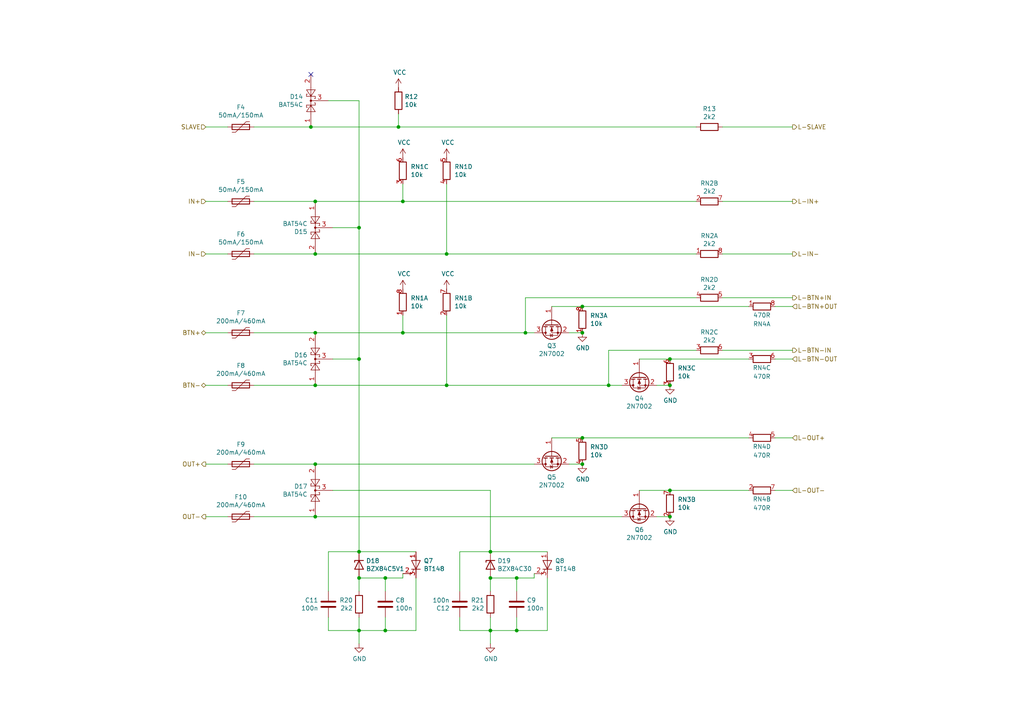
<source format=kicad_sch>
(kicad_sch (version 20211123) (generator eeschema)
  (paper "A4")
  (title_block (title "hWexla - IO (& protection)") (date "2021-12-04") (company "Model Railroader Club Brno I – KMŽ Brno I – https://kmz-brno.cz/") (comment 1 "Jan Horáček") (comment 2 "https://github.com/kmzbrnoI/hwexla") (comment 3 "https://creativecommons.org/licenses/by-sa/4.0/") (comment 4 "Released under the Creative Commons Attribution-ShareAlike 4.0 License"))
  (lib_symbols
    (symbol "Device:C" (pin_numbers hide) (pin_names (offset 0.254))
      (property "Reference" "C" (at 0.635 2.54 0))
      (property "Value" "C" (at 0.635 -2.54 0))
      (symbol "C_0_1"
        (polyline (pts (xy -2.032 -0.762) (xy 2.032 -0.762)) (stroke (width 0.508)))
        (polyline (pts (xy -2.032 0.762) (xy 2.032 0.762)) (stroke (width 0.508)))
      )
      (symbol "C_1_1"
        (pin passive line (at 0 3.81 270) (length 2.794) (name "~") (number "1"))
        (pin passive line (at 0 -3.81 90) (length 2.794) (name "~") (number "2"))
      )
    )
    (symbol "Device:Polyfuse" (pin_numbers hide) (pin_names (offset 0))
      (property "Reference" "F" (at -2.54 0 90))
      (property "Value" "Polyfuse" (at 2.54 0 90))
      (symbol "Polyfuse_0_1"
        (rectangle (start -0.762 2.54) (end 0.762 -2.54) (stroke (width 0.254)))
        (polyline (pts (xy 0 2.54) (xy 0 -2.54)))
        (polyline (pts (xy -1.524 2.54) (xy -1.524 1.524) (xy 1.524 -1.524) (xy 1.524 -2.54)))
      )
      (symbol "Polyfuse_1_1"
        (pin passive line (at 0 3.81 270) (length 1.27) (name "~") (number "1"))
        (pin passive line (at 0 -3.81 90) (length 1.27) (name "~") (number "2"))
      )
    )
    (symbol "Device:R" (pin_numbers hide) (pin_names (offset 0))
      (property "Reference" "R" (at 2.032 0 90))
      (property "Value" "R" (at 0 0 90))
      (symbol "R_0_1"
        (rectangle (start -1.016 -2.54) (end 1.016 2.54) (stroke (width 0.254)))
      )
      (symbol "R_1_1"
        (pin passive line (at 0 3.81 270) (length 1.27) (name "~") (number "1"))
        (pin passive line (at 0 -3.81 90) (length 1.27) (name "~") (number "2"))
      )
    )
    (symbol "Device:R_Pack04_Split" (pin_names (offset 0) hide)
      (property "Reference" "RN" (at 2.032 0 90))
      (property "Value" "R_Pack04_Split" (at 0 0 90))
      (symbol "R_Pack04_Split_0_1"
        (rectangle (start 1.016 2.54) (end -1.016 -2.54) (stroke (width 0.254)))
      )
      (symbol "R_Pack04_Split_1_1"
        (pin passive line (at 0 -3.81 90) (length 1.27) (name "R1.1") (number "1"))
        (pin passive line (at 0 3.81 270) (length 1.27) (name "R1.2") (number "8"))
      )
      (symbol "R_Pack04_Split_2_1"
        (pin passive line (at 0 -3.81 90) (length 1.27) (name "R2.1") (number "2"))
        (pin passive line (at 0 3.81 270) (length 1.27) (name "R2.2") (number "7"))
      )
      (symbol "R_Pack04_Split_3_1"
        (pin passive line (at 0 -3.81 90) (length 1.27) (name "R3.1") (number "3"))
        (pin passive line (at 0 3.81 270) (length 1.27) (name "R3.2") (number "6"))
      )
      (symbol "R_Pack04_Split_4_1"
        (pin passive line (at 0 -3.81 90) (length 1.27) (name "R4.1") (number "4"))
        (pin passive line (at 0 3.81 270) (length 1.27) (name "R4.2") (number "5"))
      )
    )
    (symbol "Diode:BAT54C" (pin_names (offset 1.016))
      (property "Reference" "D" (at 0.635 -3.81 0))
      (property "Value" "BAT54C" (at -6.35 3.175 0))
      (symbol "BAT54C_0_1"
        (polyline (pts (xy -1.905 0) (xy 1.905 0)))
        (polyline (pts (xy -1.905 1.27) (xy -1.905 1.016)))
        (polyline (pts (xy -1.27 -1.27) (xy -0.635 -1.27)))
        (polyline (pts (xy -1.27 0) (xy -3.81 0)))
        (polyline (pts (xy -1.27 1.27) (xy -1.905 1.27)))
        (polyline (pts (xy -1.27 1.27) (xy -1.27 -1.27)))
        (polyline (pts (xy -0.635 -1.27) (xy -0.635 -1.016)))
        (polyline (pts (xy 0.635 -1.27) (xy 0.635 -1.016)))
        (polyline (pts (xy 1.27 -1.27) (xy 0.635 -1.27)))
        (polyline (pts (xy 1.27 1.27) (xy 1.27 -1.27)))
        (polyline (pts (xy 1.27 1.27) (xy 1.905 1.27)))
        (polyline (pts (xy 1.905 1.27) (xy 1.905 1.016)))
        (polyline (pts (xy 3.81 0) (xy 1.27 0)))
        (polyline (pts (xy -3.175 -1.27) (xy -3.175 1.27) (xy -1.27 0) (xy -3.175 -1.27)))
        (polyline (pts (xy 3.175 -1.27) (xy 3.175 1.27) (xy 1.27 0) (xy 3.175 -1.27)))
        (circle (center 0 0) (radius 0.254) (fill (type outline)))
      )
      (symbol "BAT54C_1_1"
        (pin passive line (at -7.62 0 0) (length 3.81) (name "~") (number "1"))
        (pin passive line (at 7.62 0 180) (length 3.81) (name "~") (number "2"))
        (pin passive line (at 0 -5.08 90) (length 5.08) (name "~") (number "3"))
      )
    )
    (symbol "Diode:BZX84Cxx" (pin_numbers hide) (pin_names (offset 1.016) hide)
      (property "Reference" "D" (at 0 2.54 0))
      (property "Value" "BZX84Cxx" (at 0 -2.54 0))
      (symbol "BZX84Cxx_0_1"
        (polyline (pts (xy 1.27 0) (xy -1.27 0)))
        (polyline (pts (xy -1.27 -1.27) (xy -1.27 1.27) (xy -0.762 1.27)) (stroke (width 0.254)))
        (polyline (pts (xy 1.27 -1.27) (xy 1.27 1.27) (xy -1.27 0) (xy 1.27 -1.27)) (stroke (width 0.254)))
      )
      (symbol "BZX84Cxx_1_1"
        (pin passive line (at -3.81 0 0) (length 2.54) (name "K") (number "1"))
        (pin passive line (at 3.81 0 180) (length 2.54) (name "A") (number "2"))
      )
    )
    (symbol "Transistor_FET:2N7002" (pin_names hide)
      (property "Reference" "Q" (at 5.08 1.905 0))
      (property "Value" "2N7002" (at 5.08 0 0))
      (symbol "2N7002_0_1"
        (polyline (pts (xy 0.254 0) (xy -2.54 0)))
        (polyline (pts (xy 0.254 1.905) (xy 0.254 -1.905)) (stroke (width 0.254)))
        (polyline (pts (xy 0.762 -1.27) (xy 0.762 -2.286)) (stroke (width 0.254)))
        (polyline (pts (xy 0.762 0.508) (xy 0.762 -0.508)) (stroke (width 0.254)))
        (polyline (pts (xy 0.762 2.286) (xy 0.762 1.27)) (stroke (width 0.254)))
        (polyline (pts (xy 2.54 2.54) (xy 2.54 1.778)))
        (polyline (pts (xy 2.54 -2.54) (xy 2.54 0) (xy 0.762 0)))
        (polyline (pts (xy 0.762 -1.778) (xy 3.302 -1.778) (xy 3.302 1.778) (xy 0.762 1.778)))
        (polyline (pts (xy 1.016 0) (xy 2.032 0.381) (xy 2.032 -0.381) (xy 1.016 0)) (fill (type outline)))
        (polyline (pts (xy 2.794 0.508) (xy 2.921 0.381) (xy 3.683 0.381) (xy 3.81 0.254)))
        (polyline (pts (xy 3.302 0.381) (xy 2.921 -0.254) (xy 3.683 -0.254) (xy 3.302 0.381)))
        (circle (center 1.651 0) (radius 2.794) (stroke (width 0.254)))
        (circle (center 2.54 -1.778) (radius 0.254) (fill (type outline)))
        (circle (center 2.54 1.778) (radius 0.254) (fill (type outline)))
      )
      (symbol "2N7002_1_1"
        (pin input line (at -5.08 0 0) (length 2.54) (name "G") (number "1"))
        (pin passive line (at 2.54 -5.08 90) (length 2.54) (name "S") (number "2"))
        (pin passive line (at 2.54 5.08 270) (length 2.54) (name "D") (number "3"))
      )
    )
    (symbol "Triac_Thyristor:BT169D" (pin_names (offset 0) hide)
      (property "Reference" "Q" (at 2.54 1.905 0))
      (property "Value" "BT169D" (at 2.54 0 0))
      (symbol "BT169D_0_1"
        (polyline (pts (xy -1.27 -2.54) (xy -0.635 -1.27)))
        (polyline (pts (xy -1.27 -1.27) (xy 1.27 -1.27)) (stroke (width 0.2032)))
        (polyline (pts (xy 0 -2.54) (xy 0 2.54)))
        (polyline (pts (xy -1.27 1.27) (xy 1.27 1.27) (xy 0 -1.27) (xy -1.27 1.27)) (stroke (width 0.2032)))
      )
      (symbol "BT169D_1_1"
        (pin passive line (at 0 3.81 270) (length 2.54) (name "A") (number "1"))
        (pin input line (at -3.81 -2.54 0) (length 2.54) (name "G") (number "2"))
        (pin passive line (at 0 -3.81 90) (length 2.54) (name "K") (number "3"))
      )
    )
    (symbol "power:GND" (power) (pin_names (offset 0))
      (property "Value" "GND" (at 0 -3.81 0))
      (symbol "GND_0_1"
        (polyline (pts (xy 0 0) (xy 0 -1.27) (xy 1.27 -1.27) (xy 0 -2.54) (xy -1.27 -1.27) (xy 0 -1.27)))
      )
      (symbol "GND_1_1"
        (pin power_in line (at 0 0 270) (length 0) hide (name "GND") (number "1"))
      )
    )
    (symbol "power:VCC" (power) (pin_names (offset 0))
      (property "Value" "VCC" (at 0 3.81 0))
      (symbol "VCC_0_1"
        (polyline (pts (xy -0.762 1.27) (xy 0 2.54)))
        (polyline (pts (xy 0 0) (xy 0 2.54)))
        (polyline (pts (xy 0 2.54) (xy 0.762 1.27)))
      )
      (symbol "VCC_1_1"
        (pin power_in line (at 0 0 90) (length 0) hide (name "VCC") (number "1"))
      )
    )
  )
  (junction (at 168.91 88.9))
  (junction (at 176.53 111.76))
  (junction (at 129.54 111.76))
  (junction (at 116.84 58.42))
  (junction (at 104.14 66.04))
  (junction (at 91.44 149.86))
  (junction (at 194.31 149.86))
  (junction (at 104.14 104.14))
  (junction (at 168.91 134.62))
  (junction (at 129.54 73.66))
  (junction (at 111.76 182.88))
  (junction (at 91.44 73.66))
  (junction (at 168.91 127))
  (junction (at 142.24 160.02))
  (junction (at 104.14 182.88))
  (junction (at 142.24 167.64))
  (junction (at 90.17 36.83))
  (junction (at 152.4 96.52))
  (junction (at 91.44 111.76))
  (junction (at 115.57 36.83))
  (junction (at 104.14 167.64))
  (junction (at 149.86 167.64))
  (junction (at 91.44 134.62))
  (junction (at 91.44 96.52))
  (junction (at 149.86 182.88))
  (junction (at 104.14 160.02))
  (junction (at 168.91 96.52))
  (junction (at 91.44 58.42))
  (junction (at 194.31 104.14))
  (junction (at 194.31 111.76))
  (junction (at 194.31 142.24))
  (junction (at 116.84 96.52))
  (junction (at 142.24 182.88))
  (junction (at 111.76 167.64))
  (no_connect (at 90.17 21.59))
  (wire (pts (xy 96.52 142.24) (xy 142.24 142.24)))
  (wire (pts (xy 104.14 29.21) (xy 104.14 66.04)))
  (wire (pts (xy 190.5 149.86) (xy 194.31 149.86)))
  (wire (pts (xy 73.66 111.76) (xy 91.44 111.76)))
  (wire (pts (xy 152.4 96.52) (xy 154.94 96.52)))
  (wire (pts (xy 209.55 101.6) (xy 229.87 101.6)))
  (wire (pts (xy 95.25 182.88) (xy 95.25 179.07)))
  (wire (pts (xy 90.17 36.83) (xy 115.57 36.83)))
  (wire (pts (xy 185.42 104.14) (xy 194.31 104.14)))
  (wire (pts (xy 59.69 149.86) (xy 66.04 149.86)))
  (wire (pts (xy 104.14 66.04) (xy 104.14 104.14)))
  (wire (pts (xy 73.66 58.42) (xy 91.44 58.42)))
  (wire (pts (xy 209.55 86.36) (xy 229.87 86.36)))
  (wire (pts (xy 91.44 73.66) (xy 129.54 73.66)))
  (wire (pts (xy 96.52 66.04) (xy 104.14 66.04)))
  (wire (pts (xy 73.66 134.62) (xy 91.44 134.62)))
  (wire (pts (xy 176.53 101.6) (xy 201.93 101.6)))
  (wire (pts (xy 158.75 167.64) (xy 158.75 182.88)))
  (wire (pts (xy 224.79 104.14) (xy 229.87 104.14)))
  (wire (pts (xy 168.91 88.9) (xy 217.17 88.9)))
  (wire (pts (xy 91.44 111.76) (xy 129.54 111.76)))
  (wire (pts (xy 111.76 171.45) (xy 111.76 167.64)))
  (wire (pts (xy 209.55 36.83) (xy 229.87 36.83)))
  (wire (pts (xy 104.14 171.45) (xy 104.14 167.64)))
  (wire (pts (xy 91.44 96.52) (xy 116.84 96.52)))
  (wire (pts (xy 142.24 171.45) (xy 142.24 167.64)))
  (wire (pts (xy 160.02 127) (xy 168.91 127)))
  (wire (pts (xy 224.79 142.24) (xy 229.87 142.24)))
  (wire (pts (xy 129.54 53.34) (xy 129.54 73.66)))
  (wire (pts (xy 104.14 167.64) (xy 111.76 167.64)))
  (wire (pts (xy 104.14 104.14) (xy 104.14 160.02)))
  (wire (pts (xy 190.5 111.76) (xy 194.31 111.76)))
  (wire (pts (xy 115.57 36.83) (xy 115.57 33.02)))
  (wire (pts (xy 104.14 179.07) (xy 104.14 182.88)))
  (wire (pts (xy 142.24 160.02) (xy 158.75 160.02)))
  (wire (pts (xy 142.24 186.69) (xy 142.24 182.88)))
  (wire (pts (xy 104.14 182.88) (xy 95.25 182.88)))
  (wire (pts (xy 129.54 73.66) (xy 201.93 73.66)))
  (wire (pts (xy 142.24 142.24) (xy 142.24 160.02)))
  (wire (pts (xy 142.24 182.88) (xy 149.86 182.88)))
  (wire (pts (xy 209.55 58.42) (xy 229.87 58.42)))
  (wire (pts (xy 133.35 182.88) (xy 133.35 179.07)))
  (wire (pts (xy 73.66 36.83) (xy 90.17 36.83)))
  (wire (pts (xy 116.84 53.34) (xy 116.84 58.42)))
  (wire (pts (xy 66.04 96.52) (xy 59.69 96.52)))
  (wire (pts (xy 96.52 104.14) (xy 104.14 104.14)))
  (wire (pts (xy 194.31 142.24) (xy 217.17 142.24)))
  (wire (pts (xy 165.1 134.62) (xy 168.91 134.62)))
  (wire (pts (xy 168.91 127) (xy 217.17 127)))
  (wire (pts (xy 73.66 73.66) (xy 91.44 73.66)))
  (wire (pts (xy 111.76 179.07) (xy 111.76 182.88)))
  (wire (pts (xy 91.44 96.52) (xy 73.66 96.52)))
  (wire (pts (xy 160.02 88.9) (xy 168.91 88.9)))
  (wire (pts (xy 224.79 127) (xy 229.87 127)))
  (wire (pts (xy 95.25 160.02) (xy 104.14 160.02)))
  (wire (pts (xy 149.86 171.45) (xy 149.86 167.64)))
  (wire (pts (xy 209.55 73.66) (xy 229.87 73.66)))
  (wire (pts (xy 95.25 171.45) (xy 95.25 160.02)))
  (wire (pts (xy 104.14 160.02) (xy 120.65 160.02)))
  (wire (pts (xy 116.84 167.64) (xy 116.84 166.37)))
  (wire (pts (xy 185.42 142.24) (xy 194.31 142.24)))
  (wire (pts (xy 91.44 58.42) (xy 116.84 58.42)))
  (wire (pts (xy 73.66 149.86) (xy 91.44 149.86)))
  (wire (pts (xy 59.69 36.83) (xy 66.04 36.83)))
  (wire (pts (xy 152.4 96.52) (xy 152.4 86.36)))
  (wire (pts (xy 149.86 167.64) (xy 154.94 167.64)))
  (wire (pts (xy 142.24 179.07) (xy 142.24 182.88)))
  (wire (pts (xy 120.65 167.64) (xy 120.65 182.88)))
  (wire (pts (xy 115.57 36.83) (xy 201.93 36.83)))
  (wire (pts (xy 142.24 182.88) (xy 133.35 182.88)))
  (wire (pts (xy 66.04 58.42) (xy 59.69 58.42)))
  (wire (pts (xy 111.76 167.64) (xy 116.84 167.64)))
  (wire (pts (xy 149.86 179.07) (xy 149.86 182.88)))
  (wire (pts (xy 59.69 73.66) (xy 66.04 73.66)))
  (wire (pts (xy 129.54 111.76) (xy 176.53 111.76)))
  (wire (pts (xy 111.76 182.88) (xy 120.65 182.88)))
  (wire (pts (xy 104.14 182.88) (xy 111.76 182.88)))
  (wire (pts (xy 91.44 134.62) (xy 154.94 134.62)))
  (wire (pts (xy 224.79 88.9) (xy 229.87 88.9)))
  (wire (pts (xy 165.1 96.52) (xy 168.91 96.52)))
  (wire (pts (xy 133.35 160.02) (xy 133.35 171.45)))
  (wire (pts (xy 59.69 111.76) (xy 66.04 111.76)))
  (wire (pts (xy 116.84 96.52) (xy 152.4 96.52)))
  (wire (pts (xy 66.04 134.62) (xy 59.69 134.62)))
  (wire (pts (xy 154.94 167.64) (xy 154.94 166.37)))
  (wire (pts (xy 129.54 91.44) (xy 129.54 111.76)))
  (wire (pts (xy 104.14 186.69) (xy 104.14 182.88)))
  (wire (pts (xy 152.4 86.36) (xy 201.93 86.36)))
  (wire (pts (xy 176.53 111.76) (xy 180.34 111.76)))
  (wire (pts (xy 176.53 111.76) (xy 176.53 101.6)))
  (wire (pts (xy 116.84 58.42) (xy 201.93 58.42)))
  (wire (pts (xy 116.84 91.44) (xy 116.84 96.52)))
  (wire (pts (xy 142.24 167.64) (xy 149.86 167.64)))
  (wire (pts (xy 180.34 149.86) (xy 91.44 149.86)))
  (wire (pts (xy 95.25 29.21) (xy 104.14 29.21)))
  (wire (pts (xy 194.31 104.14) (xy 217.17 104.14)))
  (wire (pts (xy 149.86 182.88) (xy 158.75 182.88)))
  (wire (pts (xy 142.24 160.02) (xy 133.35 160.02)))
  (hierarchical_label "L-IN+" (shape output) (at 229.87 58.42 0))
  (hierarchical_label "L-IN-" (shape output) (at 229.87 73.66 0))
  (hierarchical_label "L-BTN+IN" (shape output) (at 229.87 86.36 0))
  (hierarchical_label "L-BTN-OUT" (shape input) (at 229.87 104.14 0))
  (hierarchical_label "BTN-" (shape bidirectional) (at 59.69 111.76 180))
  (hierarchical_label "OUT-" (shape output) (at 59.69 149.86 180))
  (hierarchical_label "IN-" (shape input) (at 59.69 73.66 180))
  (hierarchical_label "L-OUT+" (shape input) (at 229.87 127 0))
  (hierarchical_label "BTN+" (shape bidirectional) (at 59.69 96.52 180))
  (hierarchical_label "L-BTN-IN" (shape output) (at 229.87 101.6 0))
  (hierarchical_label "OUT+" (shape output) (at 59.69 134.62 180))
  (hierarchical_label "L-OUT-" (shape input) (at 229.87 142.24 0))
  (hierarchical_label "IN+" (shape input) (at 59.69 58.42 180))
  (hierarchical_label "L-SLAVE" (shape output) (at 229.87 36.83 0))
  (hierarchical_label "L-BTN+OUT" (shape input) (at 229.87 88.9 0))
  (hierarchical_label "SLAVE" (shape input) (at 59.69 36.83 180))
  (symbol (lib_id "Device:R") (at 104.14 175.26 0) (mirror x) (unit 1)
    (property "Reference" "R20" (at 102.362 174.0916 0) (effects (justify right)))
    (property "Value" "2k2" (at 102.362 176.403 0) (effects (justify right)))
    (property "Footprint" "Resistor_SMD:R_0805_2012Metric_Pad1.20x1.40mm_HandSolder" (effects hide))
    (property "LCSC" "C17520" (effects hide))
  )
  (symbol (lib_id "Device:C") (at 111.76 175.26 0) (unit 1)
    (property "Reference" "C8" (at 114.681 174.0916 0) (effects (justify left)))
    (property "Value" "100n" (at 114.681 176.403 0) (effects (justify left)))
    (property "Footprint" "Capacitor_SMD:C_0805_2012Metric_Pad1.18x1.45mm_HandSolder" (effects hide))
    (property "LCSC" "C49678" (effects hide))
  )
  (symbol (lib_id "Diode:BZX84Cxx") (at 104.14 163.83 90) (mirror x) (unit 1)
    (property "Reference" "D18" (at 106.172 162.6616 90) (effects (justify right)))
    (property "Value" "BZX84C5V1" (at 106.172 164.973 90) (effects (justify right)))
    (property "Footprint" "Diode_SMD:D_SOT-23_ANK" (effects hide))
    (property "Datasheet" "https://diotec.com/tl_files/diotec/files/pdf/datasheets/bzx84c2v4.pdf" (effects hide))
    (property "JLCPCB_CORRECTION" "0;0;180" (effects hide))
  )
  (symbol (lib_id "Triac_Thyristor:BT169D") (at 120.65 163.83 0) (unit 1)
    (property "Reference" "Q7" (at 122.8852 162.6616 0) (effects (justify left)))
    (property "Value" "BT148" (at 122.8852 164.973 0) (effects (justify left)))
    (property "Footprint" "Package_TO_SOT_SMD:SOT-223" (effects hide))
    (property "Datasheet" "https://media.digikey.com/pdf/Data%20Sheets/NXP%20PDFs/BT169_Series.pdf" (effects hide))
    (property "LCSC" "C256433" (effects hide))
  )
  (symbol (lib_id "power:GND") (at 104.14 186.69 0) (unit 1)
    (property "Reference" "#PWR044" (effects hide))
    (property "Value" "GND" (at 104.267 191.0842 0))
  )
  (symbol (lib_id "Diode:BAT54C") (at 91.44 104.14 90) (unit 1)
    (property "Reference" "D16" (at 89.2048 102.9716 90) (effects (justify left)))
    (property "Value" "BAT54C" (at 89.2048 105.283 90) (effects (justify left)))
    (property "Footprint" "Package_TO_SOT_SMD:SOT-23" (effects hide))
    (property "Datasheet" "http://www.diodes.com/_files/datasheets/ds11005.pdf" (effects hide))
    (property "LCSC" "C37704" (effects hide))
  )
  (symbol (lib_id "Device:Polyfuse") (at 69.85 96.52 270) (unit 1)
    (property "Reference" "F7" (at 69.85 90.805 90))
    (property "Value" "200mA/460mA" (at 69.85 93.1164 90))
    (property "Footprint" "Fuse:Fuse_1206_3216Metric_Pad1.42x1.75mm_HandSolder" (effects hide))
    (property "LCSC" "C69680" (effects hide))
  )
  (symbol (lib_id "Device:Polyfuse") (at 69.85 111.76 270) (unit 1)
    (property "Reference" "F8" (at 69.85 106.045 90))
    (property "Value" "200mA/460mA" (at 69.85 108.3564 90))
    (property "Footprint" "Fuse:Fuse_1206_3216Metric_Pad1.42x1.75mm_HandSolder" (effects hide))
    (property "LCSC" "C69680" (effects hide))
  )
  (symbol (lib_id "Device:Polyfuse") (at 69.85 58.42 270) (unit 1)
    (property "Reference" "F5" (at 69.85 52.705 90))
    (property "Value" "50mA/150mA" (at 69.85 55.0164 90))
    (property "Footprint" "Fuse:Fuse_1206_3216Metric_Pad1.42x1.75mm_HandSolder" (effects hide))
    (property "LCSC" "C369153" (effects hide))
  )
  (symbol (lib_id "Device:Polyfuse") (at 69.85 73.66 270) (unit 1)
    (property "Reference" "F6" (at 69.85 67.945 90))
    (property "Value" "50mA/150mA" (at 69.85 70.2564 90))
    (property "Footprint" "Fuse:Fuse_1206_3216Metric_Pad1.42x1.75mm_HandSolder" (effects hide))
    (property "LCSC" "C369153" (effects hide))
  )
  (symbol (lib_id "Device:Polyfuse") (at 69.85 134.62 270) (unit 1)
    (property "Reference" "F9" (at 69.85 128.905 90))
    (property "Value" "200mA/460mA" (at 69.85 131.2164 90))
    (property "Footprint" "Fuse:Fuse_1206_3216Metric_Pad1.42x1.75mm_HandSolder" (effects hide))
    (property "LCSC" "C69680" (effects hide))
  )
  (symbol (lib_id "Device:Polyfuse") (at 69.85 149.86 270) (unit 1)
    (property "Reference" "F10" (at 69.85 144.145 90))
    (property "Value" "200mA/460mA" (at 69.85 146.4564 90))
    (property "Footprint" "Fuse:Fuse_1206_3216Metric_Pad1.42x1.75mm_HandSolder" (effects hide))
    (property "LCSC" "C69680" (effects hide))
  )
  (symbol (lib_id "Diode:BAT54C") (at 91.44 66.04 90) (mirror x) (unit 1)
    (property "Reference" "D15" (at 89.2048 67.2084 90) (effects (justify left)))
    (property "Value" "BAT54C" (at 89.2048 64.897 90) (effects (justify left)))
    (property "Footprint" "Package_TO_SOT_SMD:SOT-23" (effects hide))
    (property "Datasheet" "http://www.diodes.com/_files/datasheets/ds11005.pdf" (effects hide))
    (property "LCSC" "C37704" (effects hide))
  )
  (symbol (lib_id "Diode:BAT54C") (at 91.44 142.24 90) (unit 1)
    (property "Reference" "D17" (at 89.2048 141.0716 90) (effects (justify left)))
    (property "Value" "BAT54C" (at 89.2048 143.383 90) (effects (justify left)))
    (property "Footprint" "Package_TO_SOT_SMD:SOT-23" (effects hide))
    (property "Datasheet" "http://www.diodes.com/_files/datasheets/ds11005.pdf" (effects hide))
    (property "LCSC" "C37704" (effects hide))
  )
  (symbol (lib_id "power:VCC") (at 116.84 45.72 0) (unit 1)
    (property "Reference" "#PWR036" (effects hide))
    (property "Value" "VCC" (at 117.221 41.3258 0))
  )
  (symbol (lib_id "power:VCC") (at 129.54 45.72 0) (unit 1)
    (property "Reference" "#PWR037" (effects hide))
    (property "Value" "VCC" (at 129.921 41.3258 0))
  )
  (symbol (lib_id "power:VCC") (at 116.84 83.82 0) (unit 1)
    (property "Reference" "#PWR038" (effects hide))
    (property "Value" "VCC" (at 117.221 79.4258 0))
  )
  (symbol (lib_id "power:VCC") (at 129.54 83.82 0) (unit 1)
    (property "Reference" "#PWR039" (effects hide))
    (property "Value" "VCC" (at 129.921 79.4258 0))
  )
  (symbol (lib_id "Device:R") (at 142.24 175.26 0) (mirror x) (unit 1)
    (property "Reference" "R21" (at 140.462 174.0916 0) (effects (justify right)))
    (property "Value" "2k2" (at 140.462 176.403 0) (effects (justify right)))
    (property "Footprint" "Resistor_SMD:R_0805_2012Metric_Pad1.20x1.40mm_HandSolder" (effects hide))
    (property "LCSC" "C17520" (effects hide))
  )
  (symbol (lib_id "Device:C") (at 149.86 175.26 0) (unit 1)
    (property "Reference" "C9" (at 152.781 174.0916 0) (effects (justify left)))
    (property "Value" "100n" (at 152.781 176.403 0) (effects (justify left)))
    (property "Footprint" "Capacitor_SMD:C_0805_2012Metric_Pad1.18x1.45mm_HandSolder" (effects hide))
    (property "LCSC" "C49678" (effects hide))
  )
  (symbol (lib_id "Diode:BZX84Cxx") (at 142.24 163.83 90) (mirror x) (unit 1)
    (property "Reference" "D19" (at 144.272 162.6616 90) (effects (justify right)))
    (property "Value" "BZX84C30" (at 144.272 164.973 90) (effects (justify right)))
    (property "Footprint" "Diode_SMD:D_SOT-23_ANK" (effects hide))
    (property "Datasheet" "https://diotec.com/tl_files/diotec/files/pdf/datasheets/bzx84c2v4.pdf" (effects hide))
    (property "JLCPCB_CORRECTION" "0;0;180" (effects hide))
  )
  (symbol (lib_id "Triac_Thyristor:BT169D") (at 158.75 163.83 0) (unit 1)
    (property "Reference" "Q8" (at 160.9852 162.6616 0) (effects (justify left)))
    (property "Value" "BT148" (at 160.9852 164.973 0) (effects (justify left)))
    (property "Footprint" "Package_TO_SOT_SMD:SOT-223" (effects hide))
    (property "Datasheet" "https://media.digikey.com/pdf/Data%20Sheets/NXP%20PDFs/BT169_Series.pdf" (effects hide))
    (property "LCSC" "C256433" (effects hide))
  )
  (symbol (lib_id "power:GND") (at 142.24 186.69 0) (unit 1)
    (property "Reference" "#PWR045" (effects hide))
    (property "Value" "GND" (at 142.367 191.0842 0))
  )
  (symbol (lib_id "Transistor_FET:2N7002") (at 160.02 132.08 90) (mirror x) (unit 1)
    (property "Reference" "Q5" (at 160.02 138.4046 90))
    (property "Value" "2N7002" (at 160.02 140.716 90))
    (property "Footprint" "Package_TO_SOT_SMD:SOT-23" (effects hide))
    (property "Datasheet" "https://www.onsemi.com/pub/Collateral/NDS7002A-D.PDF" (effects hide))
    (property "LCSC" "C8545" (effects hide))
    (property "JLCPCB_CORRECTION" "0;0;180" (effects hide))
  )
  (symbol (lib_id "Transistor_FET:2N7002") (at 185.42 147.32 90) (mirror x) (unit 1)
    (property "Reference" "Q6" (at 185.42 153.6446 90))
    (property "Value" "2N7002" (at 185.42 155.956 90))
    (property "Footprint" "Package_TO_SOT_SMD:SOT-23" (effects hide))
    (property "Datasheet" "https://www.onsemi.com/pub/Collateral/NDS7002A-D.PDF" (effects hide))
    (property "LCSC" "C8545" (effects hide))
    (property "JLCPCB_CORRECTION" "0;0;180" (effects hide))
  )
  (symbol (lib_id "power:GND") (at 168.91 134.62 0) (unit 1)
    (property "Reference" "#PWR042" (effects hide))
    (property "Value" "GND" (at 169.037 139.0142 0))
  )
  (symbol (lib_id "power:GND") (at 194.31 149.86 0) (unit 1)
    (property "Reference" "#PWR043" (effects hide))
    (property "Value" "GND" (at 194.437 154.2542 0))
  )
  (symbol (lib_id "Transistor_FET:2N7002") (at 160.02 93.98 90) (mirror x) (unit 1)
    (property "Reference" "Q3" (at 160.02 100.3046 90))
    (property "Value" "2N7002" (at 160.02 102.616 90))
    (property "Footprint" "Package_TO_SOT_SMD:SOT-23" (effects hide))
    (property "Datasheet" "https://www.onsemi.com/pub/Collateral/NDS7002A-D.PDF" (effects hide))
    (property "LCSC" "C8545" (effects hide))
    (property "JLCPCB_CORRECTION" "0;0;180" (effects hide))
  )
  (symbol (lib_id "Transistor_FET:2N7002") (at 185.42 109.22 90) (mirror x) (unit 1)
    (property "Reference" "Q4" (at 185.42 115.5446 90))
    (property "Value" "2N7002" (at 185.42 117.856 90))
    (property "Footprint" "Package_TO_SOT_SMD:SOT-23" (effects hide))
    (property "Datasheet" "https://www.onsemi.com/pub/Collateral/NDS7002A-D.PDF" (effects hide))
    (property "LCSC" "C8545" (effects hide))
    (property "JLCPCB_CORRECTION" "0;0;180" (effects hide))
  )
  (symbol (lib_id "power:GND") (at 168.91 96.52 0) (unit 1)
    (property "Reference" "#PWR040" (effects hide))
    (property "Value" "GND" (at 169.037 100.9142 0))
  )
  (symbol (lib_id "power:GND") (at 194.31 111.76 0) (unit 1)
    (property "Reference" "#PWR041" (effects hide))
    (property "Value" "GND" (at 194.437 116.1542 0))
  )
  (symbol (lib_id "Device:R_Pack04_Split") (at 220.98 127 270) (unit 4)
    (property "Reference" "RN4" (at 220.98 129.54 90))
    (property "Value" "470R" (at 220.98 132.08 90))
    (property "Footprint" "Resistor_SMD:R_Array_Concave_4x0603" (effects hide))
  )
  (symbol (lib_id "Device:R_Pack04_Split") (at 220.98 104.14 270) (unit 3)
    (property "Reference" "RN4" (at 220.98 106.68 90))
    (property "Value" "470R" (at 220.98 109.22 90))
    (property "Footprint" "Resistor_SMD:R_Array_Concave_4x0603" (effects hide))
  )
  (symbol (lib_id "Device:R_Pack04_Split") (at 220.98 142.24 270) (unit 2)
    (property "Reference" "RN4" (at 220.98 144.78 90))
    (property "Value" "470R" (at 220.98 147.32 90))
    (property "Footprint" "Resistor_SMD:R_Array_Concave_4x0603" (effects hide))
  )
  (symbol (lib_id "Device:R_Pack04_Split") (at 220.98 88.9 270) (mirror x) (unit 1)
    (property "Reference" "RN4" (at 220.98 93.98 90))
    (property "Value" "470R" (at 220.98 91.44 90))
    (property "Footprint" "Resistor_SMD:R_Array_Concave_4x0603" (effects hide))
  )
  (symbol (lib_id "Device:C") (at 95.25 175.26 0) (mirror y) (unit 1)
    (property "Reference" "C11" (at 92.329 174.0916 0) (effects (justify left)))
    (property "Value" "100n" (at 92.329 176.403 0) (effects (justify left)))
    (property "Footprint" "Capacitor_SMD:C_0805_2012Metric_Pad1.18x1.45mm_HandSolder" (effects hide))
    (property "LCSC" "C49678" (effects hide))
  )
  (symbol (lib_id "Device:C") (at 133.35 175.26 180) (unit 1)
    (property "Reference" "C12" (at 130.429 176.4284 0) (effects (justify left)))
    (property "Value" "100n" (at 130.429 174.117 0) (effects (justify left)))
    (property "Footprint" "Capacitor_SMD:C_0805_2012Metric_Pad1.18x1.45mm_HandSolder" (effects hide))
    (property "LCSC" "C49678" (effects hide))
  )
  (symbol (lib_id "Device:Polyfuse") (at 69.85 36.83 270) (unit 1)
    (property "Reference" "F4" (at 69.85 31.115 90))
    (property "Value" "50mA/150mA" (at 69.85 33.4264 90))
    (property "Footprint" "Fuse:Fuse_1206_3216Metric_Pad1.42x1.75mm_HandSolder" (effects hide))
    (property "LCSC" "C369153" (effects hide))
  )
  (symbol (lib_id "Diode:BAT54C") (at 90.17 29.21 90) (unit 1)
    (property "Reference" "D14" (at 87.9348 28.0416 90) (effects (justify left)))
    (property "Value" "BAT54C" (at 87.9348 30.353 90) (effects (justify left)))
    (property "Footprint" "Package_TO_SOT_SMD:SOT-23" (effects hide))
    (property "Datasheet" "http://www.diodes.com/_files/datasheets/ds11005.pdf" (effects hide))
    (property "LCSC" "C37704" (effects hide))
  )
  (symbol (lib_id "Device:R") (at 115.57 29.21 0) (unit 1)
    (property "Reference" "R12" (at 117.348 28.0416 0) (effects (justify left)))
    (property "Value" "10k" (at 117.348 30.353 0) (effects (justify left)))
    (property "Footprint" "Resistor_SMD:R_0805_2012Metric_Pad1.20x1.40mm_HandSolder" (effects hide))
    (property "LCSC" "C17414" (effects hide))
  )
  (symbol (lib_id "power:VCC") (at 115.57 25.4 0) (unit 1)
    (property "Reference" "#PWR035" (effects hide))
    (property "Value" "VCC" (at 115.951 21.0058 0))
  )
  (symbol (lib_id "Device:R") (at 205.74 36.83 270) (unit 1)
    (property "Reference" "R13" (at 205.74 31.5722 90))
    (property "Value" "2k2" (at 205.74 33.8836 90))
    (property "Footprint" "Resistor_SMD:R_0805_2012Metric_Pad1.20x1.40mm_HandSolder" (effects hide))
    (property "LCSC" "C17520" (effects hide))
  )
  (symbol (lib_id "Device:R_Pack04_Split") (at 116.84 87.63 0) (unit 1)
    (property "Reference" "RN1" (at 119.0752 86.4616 0) (effects (justify left)))
    (property "Value" "10k" (at 119.0752 88.773 0) (effects (justify left)))
    (property "Footprint" "Resistor_SMD:R_Array_Concave_4x0603" (effects hide))
    (property "LCSC" "C396839" (effects hide))
  )
  (symbol (lib_id "Device:R_Pack04_Split") (at 116.84 49.53 0) (unit 3)
    (property "Reference" "RN1" (at 119.0752 48.3616 0) (effects (justify left)))
    (property "Value" "10k" (at 119.0752 50.673 0) (effects (justify left)))
    (property "Footprint" "Resistor_SMD:R_Array_Concave_4x0603" (effects hide))
    (property "LCSC" "C396839" (effects hide))
  )
  (symbol (lib_id "Device:R_Pack04_Split") (at 129.54 49.53 0) (unit 4)
    (property "Reference" "RN1" (at 131.7752 48.3616 0) (effects (justify left)))
    (property "Value" "10k" (at 131.7752 50.673 0) (effects (justify left)))
    (property "Footprint" "Resistor_SMD:R_Array_Concave_4x0603" (effects hide))
    (property "LCSC" "C396839" (effects hide))
  )
  (symbol (lib_id "Device:R_Pack04_Split") (at 129.54 87.63 0) (unit 2)
    (property "Reference" "RN1" (at 131.7752 86.4616 0) (effects (justify left)))
    (property "Value" "10k" (at 131.7752 88.773 0) (effects (justify left)))
    (property "Footprint" "Resistor_SMD:R_Array_Concave_4x0603" (effects hide))
    (property "LCSC" "C396839" (effects hide))
  )
  (symbol (lib_id "Device:R_Pack04_Split") (at 205.74 73.66 270) (unit 1)
    (property "Reference" "RN2" (at 205.74 68.4022 90))
    (property "Value" "2k2" (at 205.74 70.7136 90))
    (property "Footprint" "Resistor_SMD:R_Array_Concave_4x0603" (effects hide))
    (property "LCSC" "C136829" (effects hide))
    (property "JLCPCB_CORRECTION" "0;0;90" (effects hide))
  )
  (symbol (lib_id "Device:R_Pack04_Split") (at 205.74 58.42 270) (unit 2)
    (property "Reference" "RN2" (at 205.74 53.1622 90))
    (property "Value" "2k2" (at 205.74 55.4736 90))
    (property "Footprint" "Resistor_SMD:R_Array_Concave_4x0603" (effects hide))
    (property "LCSC" "C136829" (effects hide))
    (property "JLCPCB_CORRECTION" "0;0;90" (effects hide))
  )
  (symbol (lib_id "Device:R_Pack04_Split") (at 205.74 101.6 270) (unit 3)
    (property "Reference" "RN2" (at 205.74 96.3422 90))
    (property "Value" "2k2" (at 205.74 98.6536 90))
    (property "Footprint" "Resistor_SMD:R_Array_Concave_4x0603" (effects hide))
    (property "LCSC" "C136829" (effects hide))
    (property "JLCPCB_CORRECTION" "0;0;90" (effects hide))
  )
  (symbol (lib_id "Device:R_Pack04_Split") (at 205.74 86.36 270) (unit 4)
    (property "Reference" "RN2" (at 205.74 81.1022 90))
    (property "Value" "2k2" (at 205.74 83.4136 90))
    (property "Footprint" "Resistor_SMD:R_Array_Concave_4x0603" (effects hide))
    (property "LCSC" "C136829" (effects hide))
    (property "JLCPCB_CORRECTION" "0;0;90" (effects hide))
  )
  (symbol (lib_id "Device:R_Pack04_Split") (at 168.91 92.71 0) (unit 1)
    (property "Reference" "RN3" (at 171.1452 91.5416 0) (effects (justify left)))
    (property "Value" "10k" (at 171.1452 93.853 0) (effects (justify left)))
    (property "Footprint" "Resistor_SMD:R_Array_Concave_4x0603" (effects hide))
    (property "LCSC" "C396839" (effects hide))
  )
  (symbol (lib_id "Device:R_Pack04_Split") (at 194.31 146.05 0) (unit 2)
    (property "Reference" "RN3" (at 196.5452 144.8816 0) (effects (justify left)))
    (property "Value" "10k" (at 196.5452 147.193 0) (effects (justify left)))
    (property "Footprint" "Resistor_SMD:R_Array_Concave_4x0603" (effects hide))
    (property "LCSC" "C396839" (effects hide))
  )
  (symbol (lib_id "Device:R_Pack04_Split") (at 194.31 107.95 0) (unit 3)
    (property "Reference" "RN3" (at 196.5452 106.7816 0) (effects (justify left)))
    (property "Value" "10k" (at 196.5452 109.093 0) (effects (justify left)))
    (property "Footprint" "Resistor_SMD:R_Array_Concave_4x0603" (effects hide))
    (property "LCSC" "C396839" (effects hide))
  )
  (symbol (lib_id "Device:R_Pack04_Split") (at 168.91 130.81 0) (unit 4)
    (property "Reference" "RN3" (at 171.1452 129.6416 0) (effects (justify left)))
    (property "Value" "10k" (at 171.1452 131.953 0) (effects (justify left)))
    (property "Footprint" "Resistor_SMD:R_Array_Concave_4x0603" (effects hide))
    (property "LCSC" "C396839" (effects hide))
  )
)
</source>
